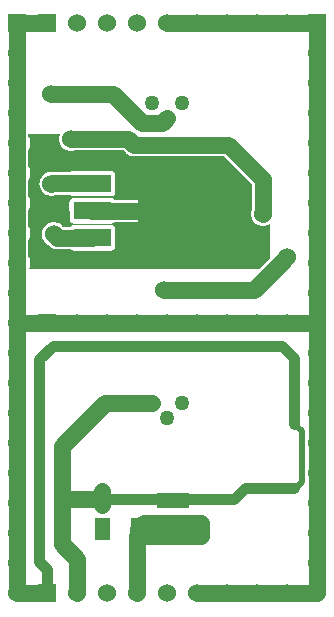
<source format=gbl>
G04 start of page 3 for group 1 idx 1 *
G04 Title: (unknown), solder *
G04 Creator: pcb 20140316 *
G04 CreationDate: Fri 08 May 2015 01:38:14 PM GMT UTC *
G04 For: fosse *
G04 Format: Gerber/RS-274X *
G04 PCB-Dimensions (mil): 1250.00 2150.00 *
G04 PCB-Coordinate-Origin: lower left *
%MOIN*%
%FSLAX25Y25*%
%LNBOTTOM*%
%ADD36C,0.0225*%
%ADD35C,0.0380*%
%ADD34C,0.0360*%
%ADD33R,0.1220X0.1220*%
%ADD32R,0.0560X0.0560*%
%ADD31R,0.0512X0.0512*%
%ADD30C,0.0500*%
%ADD29C,0.0600*%
%ADD28C,0.0200*%
%ADD27C,0.0350*%
%ADD26C,0.0550*%
%ADD25C,0.0001*%
G54D25*G36*
X51000Y157000D02*X68500D01*
Y129500D01*
X51000D01*
Y157000D01*
G37*
G36*
X47800Y161645D02*X48338Y161423D01*
X48912Y161285D01*
X49500Y161238D01*
X49647Y161250D01*
X79447D01*
X88750Y151947D01*
Y143399D01*
X88684Y143240D01*
X88537Y142628D01*
X88488Y142000D01*
X88537Y141372D01*
X88684Y140760D01*
X88925Y140178D01*
X89254Y139642D01*
X89663Y139163D01*
X90142Y138754D01*
X90678Y138425D01*
X91260Y138184D01*
X91872Y138037D01*
X92500Y137988D01*
X93128Y138037D01*
X93740Y138184D01*
X94322Y138425D01*
X94858Y138754D01*
X95000Y138875D01*
Y127303D01*
X91197Y123500D01*
X47800D01*
Y139250D01*
X52409D01*
X52414Y132165D01*
X52469Y131935D01*
X52559Y131717D01*
X52683Y131516D01*
X52836Y131336D01*
X53016Y131183D01*
X53217Y131059D01*
X53435Y130969D01*
X53665Y130914D01*
X53900Y130900D01*
X66335Y130914D01*
X66565Y130969D01*
X66783Y131059D01*
X66984Y131183D01*
X67164Y131336D01*
X67317Y131516D01*
X67441Y131717D01*
X67531Y131935D01*
X67586Y132165D01*
X67600Y132400D01*
X67586Y153835D01*
X67531Y154065D01*
X67441Y154283D01*
X67317Y154484D01*
X67164Y154664D01*
X66984Y154817D01*
X66783Y154941D01*
X66565Y155031D01*
X66335Y155086D01*
X66100Y155100D01*
X53665Y155086D01*
X53435Y155031D01*
X53217Y154941D01*
X53016Y154817D01*
X52836Y154664D01*
X52683Y154484D01*
X52559Y154283D01*
X52469Y154065D01*
X52414Y153835D01*
X52400Y153600D01*
X52404Y146750D01*
X47800D01*
Y161645D01*
G37*
G36*
X30594Y138701D02*X41935Y138714D01*
X42165Y138769D01*
X42383Y138859D01*
X42584Y138983D01*
X42764Y139136D01*
X42861Y139250D01*
X47800D01*
Y123500D01*
X30594D01*
Y129701D01*
X41935Y129714D01*
X42165Y129769D01*
X42383Y129859D01*
X42584Y129983D01*
X42764Y130136D01*
X42917Y130316D01*
X43041Y130517D01*
X43131Y130735D01*
X43186Y130965D01*
X43200Y131200D01*
X43186Y137035D01*
X43131Y137265D01*
X43041Y137483D01*
X42917Y137684D01*
X42764Y137864D01*
X42584Y138017D01*
X42383Y138141D01*
X42165Y138231D01*
X41935Y138286D01*
X41700Y138300D01*
X30594Y138288D01*
Y138701D01*
G37*
G36*
Y163250D02*X45947D01*
X46744Y162452D01*
X46840Y162340D01*
X47289Y161957D01*
X47289Y161957D01*
X47792Y161648D01*
X47800Y161645D01*
Y146750D01*
X42861D01*
X42764Y146864D01*
X42584Y147017D01*
X42383Y147141D01*
X42165Y147231D01*
X41935Y147286D01*
X41700Y147300D01*
X30594Y147288D01*
Y147801D01*
X41935Y147814D01*
X42165Y147869D01*
X42383Y147959D01*
X42584Y148083D01*
X42764Y148236D01*
X42917Y148416D01*
X43041Y148617D01*
X43131Y148835D01*
X43186Y149065D01*
X43200Y149300D01*
X43186Y155135D01*
X43131Y155365D01*
X43041Y155583D01*
X42917Y155784D01*
X42764Y155964D01*
X42584Y156117D01*
X42383Y156241D01*
X42165Y156331D01*
X41935Y156386D01*
X41700Y156400D01*
X30594Y156388D01*
Y163250D01*
G37*
G36*
X14250Y168500D02*X24792D01*
X24684Y168240D01*
X24537Y167628D01*
X24488Y167000D01*
X24537Y166372D01*
X24684Y165760D01*
X24925Y165178D01*
X25254Y164642D01*
X25663Y164163D01*
X26142Y163754D01*
X26678Y163425D01*
X27260Y163184D01*
X27872Y163037D01*
X28500Y162988D01*
X29128Y163037D01*
X29740Y163184D01*
X29899Y163250D01*
X30594D01*
Y156388D01*
X29265Y156386D01*
X29035Y156331D01*
X28817Y156241D01*
X28616Y156117D01*
X28436Y155964D01*
X28339Y155850D01*
X23098D01*
X22628Y155963D01*
X22000Y156012D01*
X21372Y155963D01*
X20760Y155816D01*
X20178Y155575D01*
X19642Y155246D01*
X19163Y154837D01*
X18754Y154358D01*
X18425Y153822D01*
X18184Y153240D01*
X18037Y152628D01*
X17988Y152000D01*
X18037Y151372D01*
X18184Y150760D01*
X18425Y150178D01*
X18754Y149642D01*
X19163Y149163D01*
X19642Y148754D01*
X20178Y148425D01*
X20760Y148184D01*
X21372Y148037D01*
X22000Y147988D01*
X22628Y148037D01*
X23240Y148184D01*
X23641Y148350D01*
X28339D01*
X28436Y148236D01*
X28616Y148083D01*
X28817Y147959D01*
X29035Y147869D01*
X29265Y147814D01*
X29500Y147800D01*
X30594Y147801D01*
Y147288D01*
X29265Y147286D01*
X29035Y147231D01*
X28817Y147141D01*
X28616Y147017D01*
X28436Y146864D01*
X28283Y146684D01*
X28159Y146483D01*
X28069Y146265D01*
X28014Y146035D01*
X28000Y145800D01*
X28014Y139965D01*
X28069Y139735D01*
X28159Y139517D01*
X28283Y139316D01*
X28436Y139136D01*
X28616Y138983D01*
X28817Y138859D01*
X29035Y138769D01*
X29265Y138714D01*
X29500Y138700D01*
X30594Y138701D01*
Y138288D01*
X29265Y138286D01*
X29035Y138231D01*
X28817Y138141D01*
X28616Y138017D01*
X28436Y137864D01*
X28339Y137750D01*
X25875D01*
X25587Y138087D01*
X25108Y138496D01*
X24572Y138825D01*
X23990Y139066D01*
X23378Y139213D01*
X22750Y139262D01*
X22122Y139213D01*
X21510Y139066D01*
X20928Y138825D01*
X20392Y138496D01*
X19913Y138087D01*
X19504Y137608D01*
X19175Y137072D01*
X18934Y136490D01*
X18787Y135878D01*
X18738Y135250D01*
X18787Y134622D01*
X18934Y134010D01*
X19175Y133428D01*
X19504Y132892D01*
X19913Y132413D01*
X20392Y132004D01*
X20928Y131675D01*
X21088Y131609D01*
X21244Y131452D01*
X21340Y131340D01*
X21789Y130957D01*
X21789Y130957D01*
X22292Y130648D01*
X22838Y130423D01*
X23412Y130285D01*
X24000Y130238D01*
X24147Y130250D01*
X28339D01*
X28436Y130136D01*
X28616Y129983D01*
X28817Y129859D01*
X29035Y129769D01*
X29265Y129714D01*
X29500Y129700D01*
X30594Y129701D01*
Y123500D01*
X14542D01*
X14793Y124105D01*
X14958Y124794D01*
X15000Y125500D01*
X14958Y126206D01*
X14793Y126895D01*
X14522Y127549D01*
X14250Y127993D01*
Y133007D01*
X14522Y133451D01*
X14793Y134105D01*
X14958Y134794D01*
X15000Y135500D01*
X14958Y136206D01*
X14793Y136895D01*
X14522Y137549D01*
X14250Y137993D01*
Y143007D01*
X14522Y143451D01*
X14793Y144105D01*
X14958Y144794D01*
X15000Y145500D01*
X14958Y146206D01*
X14793Y146895D01*
X14522Y147549D01*
X14250Y147993D01*
Y153007D01*
X14522Y153451D01*
X14793Y154105D01*
X14958Y154794D01*
X15000Y155500D01*
X14958Y156206D01*
X14793Y156895D01*
X14522Y157549D01*
X14250Y157993D01*
Y163007D01*
X14522Y163451D01*
X14793Y164105D01*
X14958Y164794D01*
X15000Y165500D01*
X14958Y166206D01*
X14793Y166895D01*
X14522Y167549D01*
X14250Y167993D01*
Y168500D01*
G37*
G54D26*X50500Y15500D02*Y34500D01*
X30500Y15500D02*Y27000D01*
X25500Y32000D01*
G54D27*X18000Y26000D02*X20500Y23500D01*
Y15500D01*
G54D26*X59500Y116500D02*X89500D01*
X100000Y127000D01*
X110500Y105500D02*X10500D01*
X35600Y143000D02*X60000D01*
X35600Y152100D02*X22100D01*
X22000Y152000D01*
X35600Y134000D02*X24000D01*
X22750Y135250D01*
X28500Y167000D02*X47500D01*
X42500Y182000D02*X52250Y172250D01*
X58750D01*
X60500Y174000D01*
X49500Y165000D02*X81000D01*
X47500Y167000D02*X49500Y165000D01*
X52905Y39000D02*X50905Y37000D01*
X22000Y182000D02*X42500D01*
X10500Y15500D02*Y205500D01*
X20500Y15500D02*X10500D01*
Y205500D02*X20500D01*
X39000Y49500D02*Y45000D01*
X39500Y47000D02*X25500D01*
X92500Y142000D02*Y153500D01*
X81000Y165000D01*
X110500Y205500D02*Y15500D01*
X60500Y205500D02*X110500D01*
X70500Y15500D02*X110500D01*
G54D27*X103000Y50500D02*X86500D01*
G54D26*X72000Y39000D02*Y34500D01*
X53405D01*
X50905Y37000D01*
X72000Y39000D02*X52905D01*
G54D27*X83000Y47000D02*X86500Y50500D01*
G54D28*X105500Y52500D02*X103500Y50500D01*
G54D27*X40000Y47000D02*X83000D01*
G54D29*X10500Y125500D03*
Y115500D03*
Y105500D03*
Y95500D03*
Y85500D03*
G54D25*G36*
X17500Y108500D02*Y102500D01*
X23500D01*
Y108500D01*
X17500D01*
G37*
G54D29*X30500Y105500D03*
X110500Y155500D03*
Y145500D03*
Y135500D03*
Y125500D03*
Y115500D03*
Y105500D03*
Y95500D03*
Y85500D03*
Y75500D03*
Y65500D03*
Y55500D03*
Y45500D03*
Y35500D03*
Y25500D03*
Y15500D03*
X10500Y75500D03*
Y65500D03*
Y55500D03*
Y45500D03*
Y35500D03*
Y25500D03*
Y15500D03*
G54D25*G36*
X17500Y18500D02*Y12500D01*
X23500D01*
Y18500D01*
X17500D01*
G37*
G54D29*X40500Y105500D03*
X50500D03*
X60500D03*
X70500D03*
X80500D03*
X90500D03*
X100500D03*
X30500Y15500D03*
X40500D03*
X50500D03*
X60500D03*
X70500D03*
X80500D03*
X90500D03*
X100500D03*
G54D30*X55500Y79000D03*
X65500D03*
X60500Y74000D03*
G54D29*X10500Y175500D03*
Y165500D03*
Y155500D03*
Y145500D03*
G54D25*G36*
X7500Y208500D02*Y202500D01*
X13500D01*
Y208500D01*
X7500D01*
G37*
G54D29*X10500Y195500D03*
Y185500D03*
Y135500D03*
G54D25*G36*
X17500Y208500D02*Y202500D01*
X23500D01*
Y208500D01*
X17500D01*
G37*
G54D29*X30500Y205500D03*
G54D30*X55500Y179000D03*
X65500D03*
X60500Y174000D03*
G54D29*X40500Y205500D03*
X50500D03*
X60500D03*
X70500D03*
X80500D03*
X90500D03*
G54D25*G36*
X107500Y208500D02*Y202500D01*
X113500D01*
Y208500D01*
X107500D01*
G37*
G54D29*X110500Y195500D03*
Y185500D03*
Y175500D03*
Y165500D03*
X100500Y205500D03*
G54D27*X99000Y98000D02*X103000Y94000D01*
G54D31*X39095Y38181D02*Y35819D01*
X50905Y38181D02*Y35819D01*
X59745Y34595D02*X65255D01*
G54D27*X103000Y94000D02*Y72000D01*
G54D28*X105500Y69500D01*
Y52500D01*
X103500Y50500D02*X105500Y52500D01*
G54D27*X86500Y50500D02*X103000D01*
X83000Y47000D02*X86500Y50500D01*
G54D31*X59745Y46405D02*X65255D01*
G54D27*X40000Y47000D02*X65500D01*
X40000D02*X83000D01*
G54D32*X32300Y134000D02*X38900D01*
X32300Y143000D02*X38900D01*
X32300Y152100D02*X38900D01*
G54D26*X25500Y64500D02*Y32000D01*
G54D27*X18000Y93500D02*Y26000D01*
Y93500D02*X22500Y98000D01*
G54D33*X60000Y147500D02*Y138500D01*
G54D27*X22500Y98000D02*X99000D01*
G54D26*X25500Y64500D02*X40000Y79000D01*
X55500D01*
X25500Y47000D02*X39500D01*
G54D34*X72000Y39000D03*
X39000Y35000D03*
Y38500D03*
X72000Y34500D03*
X39000Y44000D03*
Y49500D03*
X56000Y147500D03*
X60000D03*
X64000D03*
Y143500D03*
X60000D03*
X56000D03*
X64000Y151500D03*
X60000D03*
X56000D03*
G54D29*X22000Y152000D03*
Y182000D03*
X28500Y167000D03*
G54D34*X56000Y139500D03*
Y135500D03*
X60000Y139500D03*
Y135500D03*
G54D29*X59500Y116500D03*
G54D34*X64000Y139500D03*
G54D29*X100500Y127500D03*
X92500Y142000D03*
G54D34*X64000Y135500D03*
G54D29*X22750Y135250D03*
G54D28*G54D27*G54D28*G54D27*G54D28*G54D27*G54D28*G54D27*G54D35*G54D36*G54D35*G54D36*G54D35*M02*

</source>
